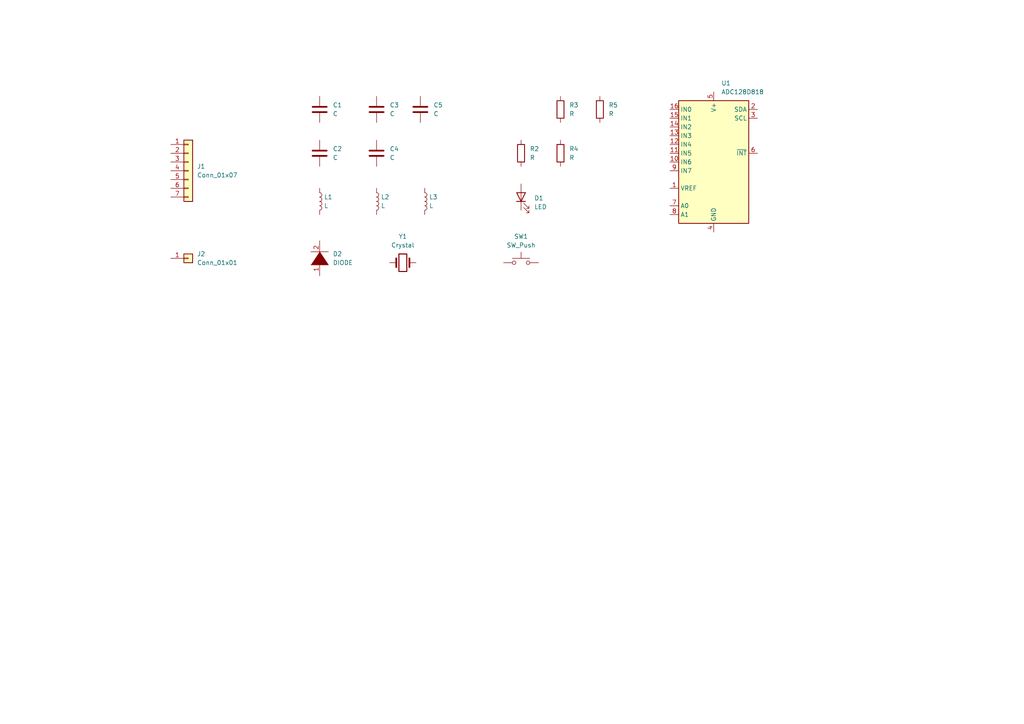
<source format=kicad_sch>
(kicad_sch (version 20241004) (generator "eeschema") (generator_version "8.99")
  (paper "A4")
  (lib_symbols
    (symbol "Analog_ADC:ADC128D818"
      (property "Reference" "U" (at -10.16 19.05 0))
      (property "Value" "ADC128D818" (at 1.27 19.05 0))
      (symbol "ADC128D818_0_1"
        (rectangle (start -10.16 17.78) (end 10.16 -17.78) (stroke (width 0.254)) (fill (type background)))
      )
      (symbol "ADC128D818_1_1"
        (pin input line (at -12.7 15.24 0) (length 2.54) (name "IN0") (number "16"))
        (pin input line (at -12.7 12.7 0) (length 2.54) (name "IN1") (number "15"))
        (pin input line (at -12.7 10.16 0) (length 2.54) (name "IN2") (number "14"))
        (pin input line (at -12.7 7.62 0) (length 2.54) (name "IN3") (number "13"))
        (pin input line (at -12.7 5.08 0) (length 2.54) (name "IN4") (number "12"))
        (pin input line (at -12.7 2.54 0) (length 2.54) (name "IN5") (number "11"))
        (pin input line (at -12.7 0 0) (length 2.54) (name "IN6") (number "10"))
        (pin input line (at -12.7 -2.54 0) (length 2.54) (name "IN7") (number "9"))
        (pin input line (at -12.7 -7.62 0) (length 2.54) (name "VREF") (number "1"))
        (pin input line (at -12.7 -12.7 0) (length 2.54) (name "A0") (number "7"))
        (pin input line (at -12.7 -15.24 0) (length 2.54) (name "A1") (number "8"))
        (pin power_in line (at 0 20.32 270) (length 2.54) (name "V+") (number "5"))
        (pin power_in line (at 0 -20.32 90) (length 2.54) (name "GND") (number "4"))
        (pin bidirectional line (at 12.7 15.24 180) (length 2.54) (name "SDA") (number "2"))
        (pin input line (at 12.7 12.7 180) (length 2.54) (name "SCL") (number "3"))
        (pin output line (at 12.7 2.54 180) (length 2.54) (name "~{INT}") (number "6"))
      )
    )
    (symbol "Connector_Generic:Conn_01x01" (pin_names (offset 1.016) (hide yes))
      (property "Reference" "J" (at 0 2.54 0))
      (property "Value" "Conn_01x01" (at 0 -2.54 0))
      (symbol "Conn_01x01_1_1"
        (rectangle (start -1.27 1.27) (end 1.27 -1.27) (stroke (width 0.254)) (fill (type background)))
        (rectangle (start -1.27 0.127) (end 0 -0.127) (stroke (width 0.1524)))
        (pin passive line (at -5.08 0 0) (length 3.81) (name "Pin_1") (number "1"))
      )
    )
    (symbol "Connector_Generic:Conn_01x07" (pin_names (offset 1.016) (hide yes))
      (property "Reference" "J" (at 0 10.16 0))
      (property "Value" "Conn_01x07" (at 0 -10.16 0))
      (symbol "Conn_01x07_1_1"
        (rectangle (start -1.27 8.89) (end 1.27 -8.89) (stroke (width 0.254)) (fill (type background)))
        (rectangle (start -1.27 7.747) (end 0 7.493) (stroke (width 0.1524)))
        (rectangle (start -1.27 5.207) (end 0 4.953) (stroke (width 0.1524)))
        (rectangle (start -1.27 2.667) (end 0 2.413) (stroke (width 0.1524)))
        (rectangle (start -1.27 0.127) (end 0 -0.127) (stroke (width 0.1524)))
        (rectangle (start -1.27 -2.413) (end 0 -2.667) (stroke (width 0.1524)))
        (rectangle (start -1.27 -4.953) (end 0 -5.207) (stroke (width 0.1524)))
        (rectangle (start -1.27 -7.493) (end 0 -7.747) (stroke (width 0.1524)))
        (pin passive line (at -5.08 7.62 0) (length 3.81) (name "Pin_1") (number "1"))
        (pin passive line (at -5.08 5.08 0) (length 3.81) (name "Pin_2") (number "2"))
        (pin passive line (at -5.08 2.54 0) (length 3.81) (name "Pin_3") (number "3"))
        (pin passive line (at -5.08 0 0) (length 3.81) (name "Pin_4") (number "4"))
        (pin passive line (at -5.08 -2.54 0) (length 3.81) (name "Pin_5") (number "5"))
        (pin passive line (at -5.08 -5.08 0) (length 3.81) (name "Pin_6") (number "6"))
        (pin passive line (at -5.08 -7.62 0) (length 3.81) (name "Pin_7") (number "7"))
      )
    )
    (symbol "Device:C" (pin_numbers (hide yes)) (pin_names (offset 0.254))
      (property "Reference" "C" (at 0.635 2.54 0))
      (property "Value" "C" (at 0.635 -2.54 0))
      (symbol "C_0_1"
        (polyline (pts (xy -2.032 0.762) (xy 2.032 0.762)) (stroke (width 0.508)))
        (polyline (pts (xy -2.032 -0.762) (xy 2.032 -0.762)) (stroke (width 0.508)))
      )
      (symbol "C_1_1"
        (pin passive line (at 0 3.81 270) (length 2.794) (name "~") (number "1"))
        (pin passive line (at 0 -3.81 90) (length 2.794) (name "~") (number "2"))
      )
    )
    (symbol "Device:Crystal" (pin_numbers (hide yes)) (pin_names (offset 1.016) (hide yes))
      (property "Reference" "Y" (at 0 3.81 0))
      (property "Value" "Crystal" (at 0 -3.81 0))
      (symbol "Crystal_0_1"
        (polyline (pts (xy -2.54 0) (xy -1.905 0)))
        (polyline (pts (xy -1.905 -1.27) (xy -1.905 1.27)) (stroke (width 0.508)))
        (rectangle (start -1.143 2.54) (end 1.143 -2.54) (stroke (width 0.3048)))
        (polyline (pts (xy 1.905 -1.27) (xy 1.905 1.27)) (stroke (width 0.508)))
        (polyline (pts (xy 2.54 0) (xy 1.905 0)))
      )
      (symbol "Crystal_1_1"
        (pin passive line (at -3.81 0 0) (length 1.27) (name "1") (number "1"))
        (pin passive line (at 3.81 0 180) (length 1.27) (name "2") (number "2"))
      )
    )
    (symbol "Device:L" (pin_numbers (hide yes)) (pin_names (offset 1.016) (hide yes))
      (property "Reference" "L" (at -1.27 0 90))
      (property "Value" "L" (at 1.905 0 90))
      (symbol "L_0_1"
        (arc (start 0 2.54) (mid 0.6323 1.905) (end 0 1.27))
        (arc (start 0 1.27) (mid 0.6323 0.635) (end 0 0))
        (arc (start 0 0) (mid 0.6323 -0.635) (end 0 -1.27))
        (arc (start 0 -1.27) (mid 0.6323 -1.905) (end 0 -2.54))
      )
      (symbol "L_1_1"
        (pin passive line (at 0 3.81 270) (length 1.27) (name "1") (number "1"))
        (pin passive line (at 0 -3.81 90) (length 1.27) (name "2") (number "2"))
      )
    )
    (symbol "Device:LED" (pin_numbers (hide yes)) (pin_names (offset 1.016) (hide yes))
      (property "Reference" "D" (at 0 2.54 0))
      (property "Value" "LED" (at 0 -2.54 0))
      (symbol "LED_0_1"
        (polyline (pts (xy -3.048 -0.762) (xy -4.572 -2.286) (xy -3.81 -2.286) (xy -4.572 -2.286) (xy -4.572 -1.524)))
        (polyline (pts (xy -1.778 -0.762) (xy -3.302 -2.286) (xy -2.54 -2.286) (xy -3.302 -2.286) (xy -3.302 -1.524)))
        (polyline (pts (xy -1.27 0) (xy 1.27 0)))
        (polyline (pts (xy -1.27 -1.27) (xy -1.27 1.27)) (stroke (width 0.254)))
        (polyline (pts (xy 1.27 -1.27) (xy 1.27 1.27) (xy -1.27 0) (xy 1.27 -1.27)) (stroke (width 0.254)))
      )
      (symbol "LED_1_1"
        (pin passive line (at -3.81 0 0) (length 2.54) (name "K") (number "1"))
        (pin passive line (at 3.81 0 180) (length 2.54) (name "A") (number "2"))
      )
    )
    (symbol "Device:R" (pin_numbers (hide yes)) (pin_names (offset 0))
      (property "Reference" "R" (at 2.032 0 90))
      (property "Value" "R" (at 0 0 90))
      (symbol "R_0_1"
        (rectangle (start -1.016 -2.54) (end 1.016 2.54) (stroke (width 0.254)))
      )
      (symbol "R_1_1"
        (pin passive line (at 0 3.81 270) (length 1.27) (name "~") (number "1"))
        (pin passive line (at 0 -3.81 90) (length 1.27) (name "~") (number "2"))
      )
    )
    (symbol "Switch:SW_Push" (pin_numbers (hide yes)) (pin_names (offset 1.016) (hide yes))
      (property "Reference" "SW" (at 1.27 2.54 0))
      (property "Value" "SW_Push" (at 0 -1.524 0))
      (symbol "SW_Push_0_1"
        (circle (center -2.032 0) (radius 0.508))
        (polyline (pts (xy 0 1.27) (xy 0 3.048)))
        (circle (center 2.032 0) (radius 0.508))
        (polyline (pts (xy 2.54 1.27) (xy -2.54 1.27)))
        (pin passive line (at -5.08 0 0) (length 2.54) (name "1") (number "1"))
        (pin passive line (at 5.08 0 180) (length 2.54) (name "2") (number "2"))
      )
    )
    (symbol "pspice:DIODE" (pin_names (offset 1.016) (hide yes))
      (property "Reference" "D" (at 0 3.81 0))
      (property "Value" "DIODE" (at 0 -4.445 0))
      (symbol "DIODE_0_1"
        (polyline (pts (xy -1.905 2.54) (xy -1.905 -2.54) (xy 1.905 0)) (fill (type outline)))
        (polyline (pts (xy 1.905 2.54) (xy 1.905 -2.54)))
      )
      (symbol "DIODE_1_1"
        (pin input line (at -5.08 0 0) (length 3.81) (name "K") (number "1"))
        (pin input line (at 5.08 0 180) (length 3.81) (name "A") (number "2"))
      )
    )
  )
  (symbol (lib_id "Switch:SW_Push") (at 151.13 76.2 0) (unit 1)
    (property "Reference" "SW1" (at 151.13 68.58 0))
    (property "Value" "SW_Push" (at 151.13 71.12 0))
    (property "Footprint" "Button_Switch_SMD:SW_SPST_CK_RS282G05A3" (effects (hide yes)))
    (property "Description" "Push button switch, generic, two pins" (effects (hide yes)))
  )
  (symbol (lib_id "Device:R") (at 162.56 44.45 0) (unit 1)
    (property "Reference" "R4" (at 165.1 43.1799 0) (effects (justify left)))
    (property "Value" "R" (at 165.1 45.7199 0) (effects (justify left)))
    (property "Footprint" "Resistor_SMD:R_0603_1608Metric" (effects (hide yes)))
    (property "Description" "Resistor" (effects (hide yes)))
  )
  (symbol (lib_id "Connector_Generic:Conn_01x07") (at 54.61 49.53 0) (unit 1)
    (property "Reference" "J1" (at 57.15 48.2599 0) (effects (justify left)))
    (property "Value" "Conn_01x07" (at 57.15 50.7999 0) (effects (justify left)))
    (property "Footprint" "Connector_PinHeader_2.54mm:PinHeader_1x07_P2.54mm_Vertical" (effects (hide yes)))
    (property "Description" "Generic connector, single row, 01x07, script generated (kicad-library-utils/schlib/autogen/connector/)" (effects (hide yes)))
  )
  (symbol (lib_id "Device:L") (at 92.71 58.42 0) (unit 1)
    (property "Reference" "L1" (at 93.98 57.1499 0) (effects (justify left)))
    (property "Value" "L" (at 93.98 59.6899 0) (effects (justify left)))
    (property "Footprint" "Inductor_SMD:L_0603_1608Metric" (effects (hide yes)))
    (property "Description" "Inductor" (effects (hide yes)))
  )
  (symbol (lib_id "Device:R") (at 162.56 31.75 0) (unit 1)
    (property "Reference" "R3" (at 165.1 30.4799 0) (effects (justify left)))
    (property "Value" "R" (at 165.1 33.0199 0) (effects (justify left)))
    (property "Footprint" "Resistor_SMD:R_0603_1608Metric" (effects (hide yes)))
    (property "Description" "Resistor" (effects (hide yes)))
  )
  (symbol (lib_id "Device:L") (at 109.22 58.42 0) (unit 1)
    (property "Reference" "L2" (at 110.49 57.1499 0) (effects (justify left)))
    (property "Value" "L" (at 110.49 59.6899 0) (effects (justify left)))
    (property "Footprint" "Inductor_SMD:L_0603_1608Metric" (effects (hide yes)))
    (property "Description" "Inductor" (effects (hide yes)))
  )
  (symbol (lib_id "Device:R") (at 151.13 44.45 0) (unit 1)
    (property "Reference" "R2" (at 153.67 43.1799 0) (effects (justify left)))
    (property "Value" "R" (at 153.67 45.7199 0) (effects (justify left)))
    (property "Footprint" "Resistor_SMD:R_0603_1608Metric" (effects (hide yes)))
    (property "Description" "Resistor" (effects (hide yes)))
  )
  (symbol (lib_id "Device:L") (at 123.19 58.42 0) (unit 1)
    (property "Reference" "L3" (at 124.46 57.1499 0) (effects (justify left)))
    (property "Value" "L" (at 124.46 59.6899 0) (effects (justify left)))
    (property "Footprint" "Inductor_SMD:L_0603_1608Metric" (effects (hide yes)))
    (property "Description" "Inductor" (effects (hide yes)))
  )
  (symbol (lib_id "Device:R") (at 173.99 31.75 0) (unit 1)
    (property "Reference" "R5" (at 176.53 30.4799 0) (effects (justify left)))
    (property "Value" "R" (at 176.53 33.0199 0) (effects (justify left)))
    (property "Footprint" "Resistor_SMD:R_0603_1608Metric" (effects (hide yes)))
    (property "Description" "Resistor" (effects (hide yes)))
  )
  (symbol (lib_id "Device:C") (at 109.22 44.45 0) (unit 1)
    (property "Reference" "C4" (at 113.03 43.1799 0) (effects (justify left)))
    (property "Value" "C" (at 113.03 45.7199 0) (effects (justify left)))
    (property "Footprint" "Capacitor_SMD:C_0603_1608Metric" (effects (hide yes)))
    (property "Description" "Unpolarized capacitor" (effects (hide yes)))
  )
  (symbol (lib_id "Device:C") (at 92.71 31.75 0) (unit 1)
    (property "Reference" "C1" (at 96.52 30.4799 0) (effects (justify left)))
    (property "Value" "C" (at 96.52 33.0199 0) (effects (justify left)))
    (property "Footprint" "Capacitor_SMD:C_0603_1608Metric" (effects (hide yes)))
    (property "Description" "Unpolarized capacitor" (effects (hide yes)))
  )
  (symbol (lib_id "Device:C") (at 92.71 44.45 0) (unit 1)
    (property "Reference" "C2" (at 96.52 43.1799 0) (effects (justify left)))
    (property "Value" "C" (at 96.52 45.7199 0) (effects (justify left)))
    (property "Footprint" "Capacitor_SMD:C_0603_1608Metric" (effects (hide yes)))
    (property "Description" "Unpolarized capacitor" (effects (hide yes)))
  )
  (symbol (lib_id "pspice:DIODE") (at 92.71 74.93 90) (unit 1)
    (property "Reference" "D2" (at 96.52 73.6599 90) (effects (justify right)))
    (property "Value" "DIODE" (at 96.52 76.1999 90) (effects (justify right)))
    (property "Footprint" "Diode_SMD:D_0603_1608Metric" (effects (hide yes)))
    (property "Description" "Diode symbol for simulation only. Pin order incompatible with official kicad footprints" (effects (hide yes)))
  )
  (symbol (lib_id "Device:Crystal") (at 116.84 76.2 0) (unit 1)
    (property "Reference" "Y1" (at 116.84 68.58 0))
    (property "Value" "Crystal" (at 116.84 71.12 0))
    (property "Footprint" "Crystal:Crystal_SMD_ECS_CSM3X-2Pin_7.6x4.1mm" (effects (hide yes)))
    (property "Description" "Two pin crystal" (effects (hide yes)))
  )
  (symbol (lib_id "Analog_ADC:ADC128D818") (at 207.01 46.99 0) (unit 1)
    (property "Reference" "U1" (at 209.2041 24.13 0) (effects (justify left)))
    (property "Value" "ADC128D818" (at 209.2041 26.67 0) (effects (justify left)))
    (property "Footprint" "Package_SO:TSSOP-16_4.4x5mm_P0.65mm" (effects (hide yes)))
    (property "Datasheet" "http://www.ti.com/lit/ds/symlink/adc128d818.pdf" (effects (hide yes)))
    (property "Description" "12-Bit, 8-Channel, ADC System Monitor With Temperature Sensor, I2C Interface, TSSOP-16" (effects (hide yes)))
  )
  (symbol (lib_id "Device:C") (at 121.92 31.75 0) (unit 1)
    (property "Reference" "C5" (at 125.73 30.4799 0) (effects (justify left)))
    (property "Value" "C" (at 125.73 33.0199 0) (effects (justify left)))
    (property "Footprint" "Capacitor_SMD:C_0603_1608Metric" (effects (hide yes)))
    (property "Description" "Unpolarized capacitor" (effects (hide yes)))
  )
  (symbol (lib_id "Device:LED") (at 151.13 57.15 90) (unit 1)
    (property "Reference" "D1" (at 154.94 57.4674 90) (effects (justify right)))
    (property "Value" "LED" (at 154.94 60.0074 90) (effects (justify right)))
    (property "Footprint" "LED_SMD:LED_0603_1608Metric" (effects (hide yes)))
    (property "Description" "Light emitting diode" (effects (hide yes)))
  )
  (symbol (lib_id "Device:C") (at 109.22 31.75 0) (unit 1)
    (property "Reference" "C3" (at 113.03 30.4799 0) (effects (justify left)))
    (property "Value" "C" (at 113.03 33.0199 0) (effects (justify left)))
    (property "Footprint" "Capacitor_SMD:C_0603_1608Metric" (effects (hide yes)))
    (property "Description" "Unpolarized capacitor" (effects (hide yes)))
  )
  (symbol (lib_id "Connector_Generic:Conn_01x01") (at 54.61 74.93 0) (unit 1)
    (property "Reference" "J2" (at 57.15 73.6599 0) (effects (justify left)))
    (property "Value" "Conn_01x01" (at 57.15 76.1999 0) (effects (justify left)))
    (property "Footprint" "TestPoint:TestPoint_Pad_2.0x2.0mm" (effects (hide yes)))
    (property "Description" "Generic connector, single row, 01x01, script generated (kicad-library-utils/schlib/autogen/connector/)" (effects (hide yes)))
  )
)
</source>
